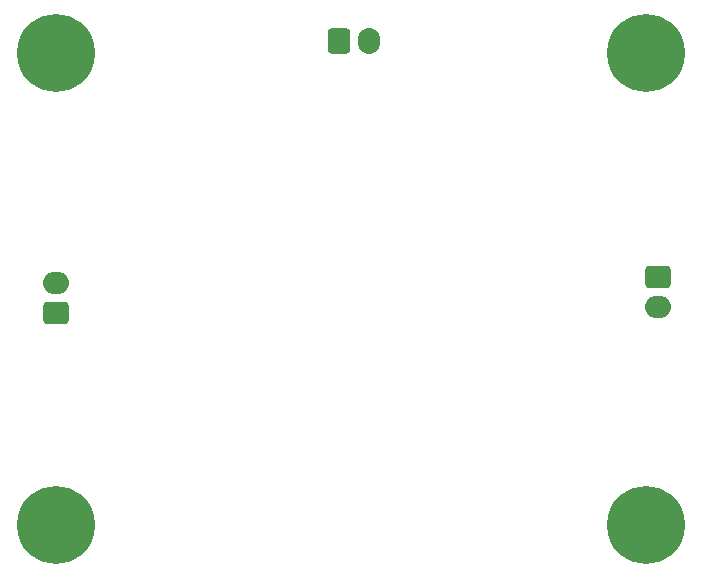
<source format=gbr>
%TF.GenerationSoftware,KiCad,Pcbnew,(6.0.7)*%
%TF.CreationDate,2023-02-16T16:04:02+01:00*%
%TF.ProjectId,hard tp,68617264-2074-4702-9e6b-696361645f70,rev?*%
%TF.SameCoordinates,Original*%
%TF.FileFunction,Soldermask,Bot*%
%TF.FilePolarity,Negative*%
%FSLAX46Y46*%
G04 Gerber Fmt 4.6, Leading zero omitted, Abs format (unit mm)*
G04 Created by KiCad (PCBNEW (6.0.7)) date 2023-02-16 16:04:02*
%MOMM*%
%LPD*%
G01*
G04 APERTURE LIST*
G04 Aperture macros list*
%AMRoundRect*
0 Rectangle with rounded corners*
0 $1 Rounding radius*
0 $2 $3 $4 $5 $6 $7 $8 $9 X,Y pos of 4 corners*
0 Add a 4 corners polygon primitive as box body*
4,1,4,$2,$3,$4,$5,$6,$7,$8,$9,$2,$3,0*
0 Add four circle primitives for the rounded corners*
1,1,$1+$1,$2,$3*
1,1,$1+$1,$4,$5*
1,1,$1+$1,$6,$7*
1,1,$1+$1,$8,$9*
0 Add four rect primitives between the rounded corners*
20,1,$1+$1,$2,$3,$4,$5,0*
20,1,$1+$1,$4,$5,$6,$7,0*
20,1,$1+$1,$6,$7,$8,$9,0*
20,1,$1+$1,$8,$9,$2,$3,0*%
G04 Aperture macros list end*
%ADD10C,6.600000*%
%ADD11RoundRect,0.350000X-0.750000X0.600000X-0.750000X-0.600000X0.750000X-0.600000X0.750000X0.600000X0*%
%ADD12O,2.200000X1.900000*%
%ADD13RoundRect,0.350000X-0.600000X-0.750000X0.600000X-0.750000X0.600000X0.750000X-0.600000X0.750000X0*%
%ADD14O,1.900000X2.200000*%
%ADD15RoundRect,0.350000X0.750000X-0.600000X0.750000X0.600000X-0.750000X0.600000X-0.750000X-0.600000X0*%
G04 APERTURE END LIST*
D10*
%TO.C,H4*%
X138000000Y-62000000D03*
%TD*%
%TO.C,H3*%
X188000000Y-102000000D03*
%TD*%
%TO.C,H2*%
X188000000Y-62000000D03*
%TD*%
%TO.C,H1*%
X138000000Y-102000000D03*
%TD*%
D11*
%TO.C,J4*%
X189000000Y-81000000D03*
D12*
X189000000Y-83500000D03*
%TD*%
D13*
%TO.C,J3*%
X162000000Y-61000000D03*
D14*
X164500000Y-61000000D03*
%TD*%
D15*
%TO.C,J2*%
X138000000Y-84000000D03*
D12*
X138000000Y-81500000D03*
%TD*%
M02*

</source>
